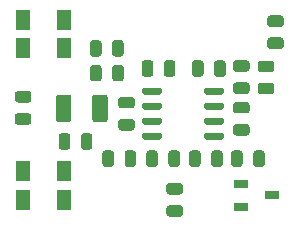
<source format=gbr>
%TF.GenerationSoftware,KiCad,Pcbnew,5.99.0-unknown-20c1492~102~ubuntu18.04.1*%
%TF.CreationDate,2020-07-21T10:29:21+02:00*%
%TF.ProjectId,detect_current,64657465-6374-45f6-9375-7272656e742e,rev?*%
%TF.SameCoordinates,Original*%
%TF.FileFunction,Paste,Top*%
%TF.FilePolarity,Positive*%
%FSLAX46Y46*%
G04 Gerber Fmt 4.6, Leading zero omitted, Abs format (unit mm)*
G04 Created by KiCad (PCBNEW 5.99.0-unknown-20c1492~102~ubuntu18.04.1) date 2020-07-21 10:29:21*
%MOMM*%
%LPD*%
G01*
G04 APERTURE LIST*
%ADD10R,1.300000X1.700000*%
%ADD11R,1.220000X0.650000*%
G04 APERTURE END LIST*
%TO.C,R13*%
G36*
G01*
X125608500Y-93801250D02*
X125608500Y-92888750D01*
G75*
G02*
X125852250Y-92645000I243750J0D01*
G01*
X126339750Y-92645000D01*
G75*
G02*
X126583500Y-92888750I0J-243750D01*
G01*
X126583500Y-93801250D01*
G75*
G02*
X126339750Y-94045000I-243750J0D01*
G01*
X125852250Y-94045000D01*
G75*
G02*
X125608500Y-93801250I0J243750D01*
G01*
G37*
G36*
G01*
X123733500Y-93801250D02*
X123733500Y-92888750D01*
G75*
G02*
X123977250Y-92645000I243750J0D01*
G01*
X124464750Y-92645000D01*
G75*
G02*
X124708500Y-92888750I0J-243750D01*
G01*
X124708500Y-93801250D01*
G75*
G02*
X124464750Y-94045000I-243750J0D01*
G01*
X123977250Y-94045000D01*
G75*
G02*
X123733500Y-93801250I0J243750D01*
G01*
G37*
%TD*%
D10*
%TO.C,D5*%
X120713500Y-85471000D03*
X124213500Y-85471000D03*
%TD*%
%TO.C,D4*%
X124206000Y-83058000D03*
X120706000Y-83058000D03*
%TD*%
%TO.C,D2*%
X124206000Y-98298000D03*
X120706000Y-98298000D03*
%TD*%
%TO.C,D1*%
X120706000Y-95821500D03*
X124206000Y-95821500D03*
%TD*%
%TO.C,C1*%
G36*
G01*
X126555000Y-91476002D02*
X126555000Y-89625998D01*
G75*
G02*
X126804998Y-89376000I249998J0D01*
G01*
X127630002Y-89376000D01*
G75*
G02*
X127880000Y-89625998I0J-249998D01*
G01*
X127880000Y-91476002D01*
G75*
G02*
X127630002Y-91726000I-249998J0D01*
G01*
X126804998Y-91726000D01*
G75*
G02*
X126555000Y-91476002I0J249998D01*
G01*
G37*
G36*
G01*
X123480000Y-91476002D02*
X123480000Y-89625998D01*
G75*
G02*
X123729998Y-89376000I249998J0D01*
G01*
X124555002Y-89376000D01*
G75*
G02*
X124805000Y-89625998I0J-249998D01*
G01*
X124805000Y-91476002D01*
G75*
G02*
X124555002Y-91726000I-249998J0D01*
G01*
X123729998Y-91726000D01*
G75*
G02*
X123480000Y-91476002I0J249998D01*
G01*
G37*
%TD*%
%TO.C,U1*%
G36*
G01*
X132439000Y-92750500D02*
X132439000Y-93050500D01*
G75*
G02*
X132289000Y-93200500I-150000J0D01*
G01*
X130939000Y-93200500D01*
G75*
G02*
X130789000Y-93050500I0J150000D01*
G01*
X130789000Y-92750500D01*
G75*
G02*
X130939000Y-92600500I150000J0D01*
G01*
X132289000Y-92600500D01*
G75*
G02*
X132439000Y-92750500I0J-150000D01*
G01*
G37*
G36*
G01*
X132439000Y-91480500D02*
X132439000Y-91780500D01*
G75*
G02*
X132289000Y-91930500I-150000J0D01*
G01*
X130939000Y-91930500D01*
G75*
G02*
X130789000Y-91780500I0J150000D01*
G01*
X130789000Y-91480500D01*
G75*
G02*
X130939000Y-91330500I150000J0D01*
G01*
X132289000Y-91330500D01*
G75*
G02*
X132439000Y-91480500I0J-150000D01*
G01*
G37*
G36*
G01*
X132439000Y-90210500D02*
X132439000Y-90510500D01*
G75*
G02*
X132289000Y-90660500I-150000J0D01*
G01*
X130939000Y-90660500D01*
G75*
G02*
X130789000Y-90510500I0J150000D01*
G01*
X130789000Y-90210500D01*
G75*
G02*
X130939000Y-90060500I150000J0D01*
G01*
X132289000Y-90060500D01*
G75*
G02*
X132439000Y-90210500I0J-150000D01*
G01*
G37*
G36*
G01*
X132439000Y-88940500D02*
X132439000Y-89240500D01*
G75*
G02*
X132289000Y-89390500I-150000J0D01*
G01*
X130939000Y-89390500D01*
G75*
G02*
X130789000Y-89240500I0J150000D01*
G01*
X130789000Y-88940500D01*
G75*
G02*
X130939000Y-88790500I150000J0D01*
G01*
X132289000Y-88790500D01*
G75*
G02*
X132439000Y-88940500I0J-150000D01*
G01*
G37*
G36*
G01*
X137689000Y-88940500D02*
X137689000Y-89240500D01*
G75*
G02*
X137539000Y-89390500I-150000J0D01*
G01*
X136189000Y-89390500D01*
G75*
G02*
X136039000Y-89240500I0J150000D01*
G01*
X136039000Y-88940500D01*
G75*
G02*
X136189000Y-88790500I150000J0D01*
G01*
X137539000Y-88790500D01*
G75*
G02*
X137689000Y-88940500I0J-150000D01*
G01*
G37*
G36*
G01*
X137689000Y-90210500D02*
X137689000Y-90510500D01*
G75*
G02*
X137539000Y-90660500I-150000J0D01*
G01*
X136189000Y-90660500D01*
G75*
G02*
X136039000Y-90510500I0J150000D01*
G01*
X136039000Y-90210500D01*
G75*
G02*
X136189000Y-90060500I150000J0D01*
G01*
X137539000Y-90060500D01*
G75*
G02*
X137689000Y-90210500I0J-150000D01*
G01*
G37*
G36*
G01*
X137689000Y-91480500D02*
X137689000Y-91780500D01*
G75*
G02*
X137539000Y-91930500I-150000J0D01*
G01*
X136189000Y-91930500D01*
G75*
G02*
X136039000Y-91780500I0J150000D01*
G01*
X136039000Y-91480500D01*
G75*
G02*
X136189000Y-91330500I150000J0D01*
G01*
X137539000Y-91330500D01*
G75*
G02*
X137689000Y-91480500I0J-150000D01*
G01*
G37*
G36*
G01*
X137689000Y-92750500D02*
X137689000Y-93050500D01*
G75*
G02*
X137539000Y-93200500I-150000J0D01*
G01*
X136189000Y-93200500D01*
G75*
G02*
X136039000Y-93050500I0J150000D01*
G01*
X136039000Y-92750500D01*
G75*
G02*
X136189000Y-92600500I150000J0D01*
G01*
X137539000Y-92600500D01*
G75*
G02*
X137689000Y-92750500I0J-150000D01*
G01*
G37*
%TD*%
%TO.C,R8*%
G36*
G01*
X135742500Y-94349250D02*
X135742500Y-95261750D01*
G75*
G02*
X135498750Y-95505500I-243750J0D01*
G01*
X135011250Y-95505500D01*
G75*
G02*
X134767500Y-95261750I0J243750D01*
G01*
X134767500Y-94349250D01*
G75*
G02*
X135011250Y-94105500I243750J0D01*
G01*
X135498750Y-94105500D01*
G75*
G02*
X135742500Y-94349250I0J-243750D01*
G01*
G37*
G36*
G01*
X137617500Y-94349250D02*
X137617500Y-95261750D01*
G75*
G02*
X137373750Y-95505500I-243750J0D01*
G01*
X136886250Y-95505500D01*
G75*
G02*
X136642500Y-95261750I0J243750D01*
G01*
X136642500Y-94349250D01*
G75*
G02*
X136886250Y-94105500I243750J0D01*
G01*
X137373750Y-94105500D01*
G75*
G02*
X137617500Y-94349250I0J-243750D01*
G01*
G37*
%TD*%
%TO.C,R10*%
G36*
G01*
X140198500Y-95261750D02*
X140198500Y-94349250D01*
G75*
G02*
X140442250Y-94105500I243750J0D01*
G01*
X140929750Y-94105500D01*
G75*
G02*
X141173500Y-94349250I0J-243750D01*
G01*
X141173500Y-95261750D01*
G75*
G02*
X140929750Y-95505500I-243750J0D01*
G01*
X140442250Y-95505500D01*
G75*
G02*
X140198500Y-95261750I0J243750D01*
G01*
G37*
G36*
G01*
X138323500Y-95261750D02*
X138323500Y-94349250D01*
G75*
G02*
X138567250Y-94105500I243750J0D01*
G01*
X139054750Y-94105500D01*
G75*
G02*
X139298500Y-94349250I0J-243750D01*
G01*
X139298500Y-95261750D01*
G75*
G02*
X139054750Y-95505500I-243750J0D01*
G01*
X138567250Y-95505500D01*
G75*
G02*
X138323500Y-95261750I0J243750D01*
G01*
G37*
%TD*%
%TO.C,R9*%
G36*
G01*
X139648250Y-90975000D02*
X138735750Y-90975000D01*
G75*
G02*
X138492000Y-90731250I0J243750D01*
G01*
X138492000Y-90243750D01*
G75*
G02*
X138735750Y-90000000I243750J0D01*
G01*
X139648250Y-90000000D01*
G75*
G02*
X139892000Y-90243750I0J-243750D01*
G01*
X139892000Y-90731250D01*
G75*
G02*
X139648250Y-90975000I-243750J0D01*
G01*
G37*
G36*
G01*
X139648250Y-92850000D02*
X138735750Y-92850000D01*
G75*
G02*
X138492000Y-92606250I0J243750D01*
G01*
X138492000Y-92118750D01*
G75*
G02*
X138735750Y-91875000I243750J0D01*
G01*
X139648250Y-91875000D01*
G75*
G02*
X139892000Y-92118750I0J-243750D01*
G01*
X139892000Y-92606250D01*
G75*
G02*
X139648250Y-92850000I-243750J0D01*
G01*
G37*
%TD*%
%TO.C,R6*%
G36*
G01*
X132631600Y-87629050D02*
X132631600Y-86716550D01*
G75*
G02*
X132875350Y-86472800I243750J0D01*
G01*
X133362850Y-86472800D01*
G75*
G02*
X133606600Y-86716550I0J-243750D01*
G01*
X133606600Y-87629050D01*
G75*
G02*
X133362850Y-87872800I-243750J0D01*
G01*
X132875350Y-87872800D01*
G75*
G02*
X132631600Y-87629050I0J243750D01*
G01*
G37*
G36*
G01*
X130756600Y-87629050D02*
X130756600Y-86716550D01*
G75*
G02*
X131000350Y-86472800I243750J0D01*
G01*
X131487850Y-86472800D01*
G75*
G02*
X131731600Y-86716550I0J-243750D01*
G01*
X131731600Y-87629050D01*
G75*
G02*
X131487850Y-87872800I-243750J0D01*
G01*
X131000350Y-87872800D01*
G75*
G02*
X130756600Y-87629050I0J243750D01*
G01*
G37*
%TD*%
%TO.C,R3*%
G36*
G01*
X141743750Y-87482500D02*
X140831250Y-87482500D01*
G75*
G02*
X140587500Y-87238750I0J243750D01*
G01*
X140587500Y-86751250D01*
G75*
G02*
X140831250Y-86507500I243750J0D01*
G01*
X141743750Y-86507500D01*
G75*
G02*
X141987500Y-86751250I0J-243750D01*
G01*
X141987500Y-87238750D01*
G75*
G02*
X141743750Y-87482500I-243750J0D01*
G01*
G37*
G36*
G01*
X141743750Y-89357500D02*
X140831250Y-89357500D01*
G75*
G02*
X140587500Y-89113750I0J243750D01*
G01*
X140587500Y-88626250D01*
G75*
G02*
X140831250Y-88382500I243750J0D01*
G01*
X141743750Y-88382500D01*
G75*
G02*
X141987500Y-88626250I0J-243750D01*
G01*
X141987500Y-89113750D01*
G75*
G02*
X141743750Y-89357500I-243750J0D01*
G01*
G37*
%TD*%
%TO.C,R5*%
G36*
G01*
X128260500Y-88022750D02*
X128260500Y-87110250D01*
G75*
G02*
X128504250Y-86866500I243750J0D01*
G01*
X128991750Y-86866500D01*
G75*
G02*
X129235500Y-87110250I0J-243750D01*
G01*
X129235500Y-88022750D01*
G75*
G02*
X128991750Y-88266500I-243750J0D01*
G01*
X128504250Y-88266500D01*
G75*
G02*
X128260500Y-88022750I0J243750D01*
G01*
G37*
G36*
G01*
X126385500Y-88022750D02*
X126385500Y-87110250D01*
G75*
G02*
X126629250Y-86866500I243750J0D01*
G01*
X127116750Y-86866500D01*
G75*
G02*
X127360500Y-87110250I0J-243750D01*
G01*
X127360500Y-88022750D01*
G75*
G02*
X127116750Y-88266500I-243750J0D01*
G01*
X126629250Y-88266500D01*
G75*
G02*
X126385500Y-88022750I0J243750D01*
G01*
G37*
%TD*%
%TO.C,R12*%
G36*
G01*
X120257250Y-90952500D02*
X121169750Y-90952500D01*
G75*
G02*
X121413500Y-91196250I0J-243750D01*
G01*
X121413500Y-91683750D01*
G75*
G02*
X121169750Y-91927500I-243750J0D01*
G01*
X120257250Y-91927500D01*
G75*
G02*
X120013500Y-91683750I0J243750D01*
G01*
X120013500Y-91196250D01*
G75*
G02*
X120257250Y-90952500I243750J0D01*
G01*
G37*
G36*
G01*
X120257250Y-89077500D02*
X121169750Y-89077500D01*
G75*
G02*
X121413500Y-89321250I0J-243750D01*
G01*
X121413500Y-89808750D01*
G75*
G02*
X121169750Y-90052500I-243750J0D01*
G01*
X120257250Y-90052500D01*
G75*
G02*
X120013500Y-89808750I0J243750D01*
G01*
X120013500Y-89321250D01*
G75*
G02*
X120257250Y-89077500I243750J0D01*
G01*
G37*
%TD*%
%TO.C,R7*%
G36*
G01*
X129020250Y-91445500D02*
X129932750Y-91445500D01*
G75*
G02*
X130176500Y-91689250I0J-243750D01*
G01*
X130176500Y-92176750D01*
G75*
G02*
X129932750Y-92420500I-243750J0D01*
G01*
X129020250Y-92420500D01*
G75*
G02*
X128776500Y-92176750I0J243750D01*
G01*
X128776500Y-91689250D01*
G75*
G02*
X129020250Y-91445500I243750J0D01*
G01*
G37*
G36*
G01*
X129020250Y-89570500D02*
X129932750Y-89570500D01*
G75*
G02*
X130176500Y-89814250I0J-243750D01*
G01*
X130176500Y-90301750D01*
G75*
G02*
X129932750Y-90545500I-243750J0D01*
G01*
X129020250Y-90545500D01*
G75*
G02*
X128776500Y-90301750I0J243750D01*
G01*
X128776500Y-89814250D01*
G75*
G02*
X129020250Y-89570500I243750J0D01*
G01*
G37*
%TD*%
%TO.C,R11*%
G36*
G01*
X133023000Y-95261750D02*
X133023000Y-94349250D01*
G75*
G02*
X133266750Y-94105500I243750J0D01*
G01*
X133754250Y-94105500D01*
G75*
G02*
X133998000Y-94349250I0J-243750D01*
G01*
X133998000Y-95261750D01*
G75*
G02*
X133754250Y-95505500I-243750J0D01*
G01*
X133266750Y-95505500D01*
G75*
G02*
X133023000Y-95261750I0J243750D01*
G01*
G37*
G36*
G01*
X131148000Y-95261750D02*
X131148000Y-94349250D01*
G75*
G02*
X131391750Y-94105500I243750J0D01*
G01*
X131879250Y-94105500D01*
G75*
G02*
X132123000Y-94349250I0J-243750D01*
G01*
X132123000Y-95261750D01*
G75*
G02*
X131879250Y-95505500I-243750J0D01*
G01*
X131391750Y-95505500D01*
G75*
G02*
X131148000Y-95261750I0J243750D01*
G01*
G37*
%TD*%
%TO.C,R2*%
G36*
G01*
X141631350Y-84539000D02*
X142543850Y-84539000D01*
G75*
G02*
X142787600Y-84782750I0J-243750D01*
G01*
X142787600Y-85270250D01*
G75*
G02*
X142543850Y-85514000I-243750J0D01*
G01*
X141631350Y-85514000D01*
G75*
G02*
X141387600Y-85270250I0J243750D01*
G01*
X141387600Y-84782750D01*
G75*
G02*
X141631350Y-84539000I243750J0D01*
G01*
G37*
G36*
G01*
X141631350Y-82664000D02*
X142543850Y-82664000D01*
G75*
G02*
X142787600Y-82907750I0J-243750D01*
G01*
X142787600Y-83395250D01*
G75*
G02*
X142543850Y-83639000I-243750J0D01*
G01*
X141631350Y-83639000D01*
G75*
G02*
X141387600Y-83395250I0J243750D01*
G01*
X141387600Y-82907750D01*
G75*
G02*
X141631350Y-82664000I243750J0D01*
G01*
G37*
%TD*%
%TO.C,R4*%
G36*
G01*
X135998800Y-86716550D02*
X135998800Y-87629050D01*
G75*
G02*
X135755050Y-87872800I-243750J0D01*
G01*
X135267550Y-87872800D01*
G75*
G02*
X135023800Y-87629050I0J243750D01*
G01*
X135023800Y-86716550D01*
G75*
G02*
X135267550Y-86472800I243750J0D01*
G01*
X135755050Y-86472800D01*
G75*
G02*
X135998800Y-86716550I0J-243750D01*
G01*
G37*
G36*
G01*
X137873800Y-86716550D02*
X137873800Y-87629050D01*
G75*
G02*
X137630050Y-87872800I-243750J0D01*
G01*
X137142550Y-87872800D01*
G75*
G02*
X136898800Y-87629050I0J243750D01*
G01*
X136898800Y-86716550D01*
G75*
G02*
X137142550Y-86472800I243750J0D01*
G01*
X137630050Y-86472800D01*
G75*
G02*
X137873800Y-86716550I0J-243750D01*
G01*
G37*
%TD*%
%TO.C,R1*%
G36*
G01*
X127360500Y-85014750D02*
X127360500Y-85927250D01*
G75*
G02*
X127116750Y-86171000I-243750J0D01*
G01*
X126629250Y-86171000D01*
G75*
G02*
X126385500Y-85927250I0J243750D01*
G01*
X126385500Y-85014750D01*
G75*
G02*
X126629250Y-84771000I243750J0D01*
G01*
X127116750Y-84771000D01*
G75*
G02*
X127360500Y-85014750I0J-243750D01*
G01*
G37*
G36*
G01*
X129235500Y-85014750D02*
X129235500Y-85927250D01*
G75*
G02*
X128991750Y-86171000I-243750J0D01*
G01*
X128504250Y-86171000D01*
G75*
G02*
X128260500Y-85927250I0J243750D01*
G01*
X128260500Y-85014750D01*
G75*
G02*
X128504250Y-84771000I243750J0D01*
G01*
X128991750Y-84771000D01*
G75*
G02*
X129235500Y-85014750I0J-243750D01*
G01*
G37*
%TD*%
D11*
%TO.C,Q1*%
X141772000Y-97917000D03*
X139152000Y-98867000D03*
X139152000Y-96967000D03*
%TD*%
%TO.C,D3*%
G36*
G01*
X133996750Y-97848000D02*
X133084250Y-97848000D01*
G75*
G02*
X132840500Y-97604250I0J243750D01*
G01*
X132840500Y-97116750D01*
G75*
G02*
X133084250Y-96873000I243750J0D01*
G01*
X133996750Y-96873000D01*
G75*
G02*
X134240500Y-97116750I0J-243750D01*
G01*
X134240500Y-97604250D01*
G75*
G02*
X133996750Y-97848000I-243750J0D01*
G01*
G37*
G36*
G01*
X133996750Y-99723000D02*
X133084250Y-99723000D01*
G75*
G02*
X132840500Y-99479250I0J243750D01*
G01*
X132840500Y-98991750D01*
G75*
G02*
X133084250Y-98748000I243750J0D01*
G01*
X133996750Y-98748000D01*
G75*
G02*
X134240500Y-98991750I0J-243750D01*
G01*
X134240500Y-99479250D01*
G75*
G02*
X133996750Y-99723000I-243750J0D01*
G01*
G37*
%TD*%
%TO.C,C2*%
G36*
G01*
X129306500Y-95261750D02*
X129306500Y-94349250D01*
G75*
G02*
X129550250Y-94105500I243750J0D01*
G01*
X130037750Y-94105500D01*
G75*
G02*
X130281500Y-94349250I0J-243750D01*
G01*
X130281500Y-95261750D01*
G75*
G02*
X130037750Y-95505500I-243750J0D01*
G01*
X129550250Y-95505500D01*
G75*
G02*
X129306500Y-95261750I0J243750D01*
G01*
G37*
G36*
G01*
X127431500Y-95261750D02*
X127431500Y-94349250D01*
G75*
G02*
X127675250Y-94105500I243750J0D01*
G01*
X128162750Y-94105500D01*
G75*
G02*
X128406500Y-94349250I0J-243750D01*
G01*
X128406500Y-95261750D01*
G75*
G02*
X128162750Y-95505500I-243750J0D01*
G01*
X127675250Y-95505500D01*
G75*
G02*
X127431500Y-95261750I0J243750D01*
G01*
G37*
%TD*%
%TO.C,C3*%
G36*
G01*
X138735750Y-88349000D02*
X139648250Y-88349000D01*
G75*
G02*
X139892000Y-88592750I0J-243750D01*
G01*
X139892000Y-89080250D01*
G75*
G02*
X139648250Y-89324000I-243750J0D01*
G01*
X138735750Y-89324000D01*
G75*
G02*
X138492000Y-89080250I0J243750D01*
G01*
X138492000Y-88592750D01*
G75*
G02*
X138735750Y-88349000I243750J0D01*
G01*
G37*
G36*
G01*
X138735750Y-86474000D02*
X139648250Y-86474000D01*
G75*
G02*
X139892000Y-86717750I0J-243750D01*
G01*
X139892000Y-87205250D01*
G75*
G02*
X139648250Y-87449000I-243750J0D01*
G01*
X138735750Y-87449000D01*
G75*
G02*
X138492000Y-87205250I0J243750D01*
G01*
X138492000Y-86717750D01*
G75*
G02*
X138735750Y-86474000I243750J0D01*
G01*
G37*
%TD*%
M02*

</source>
